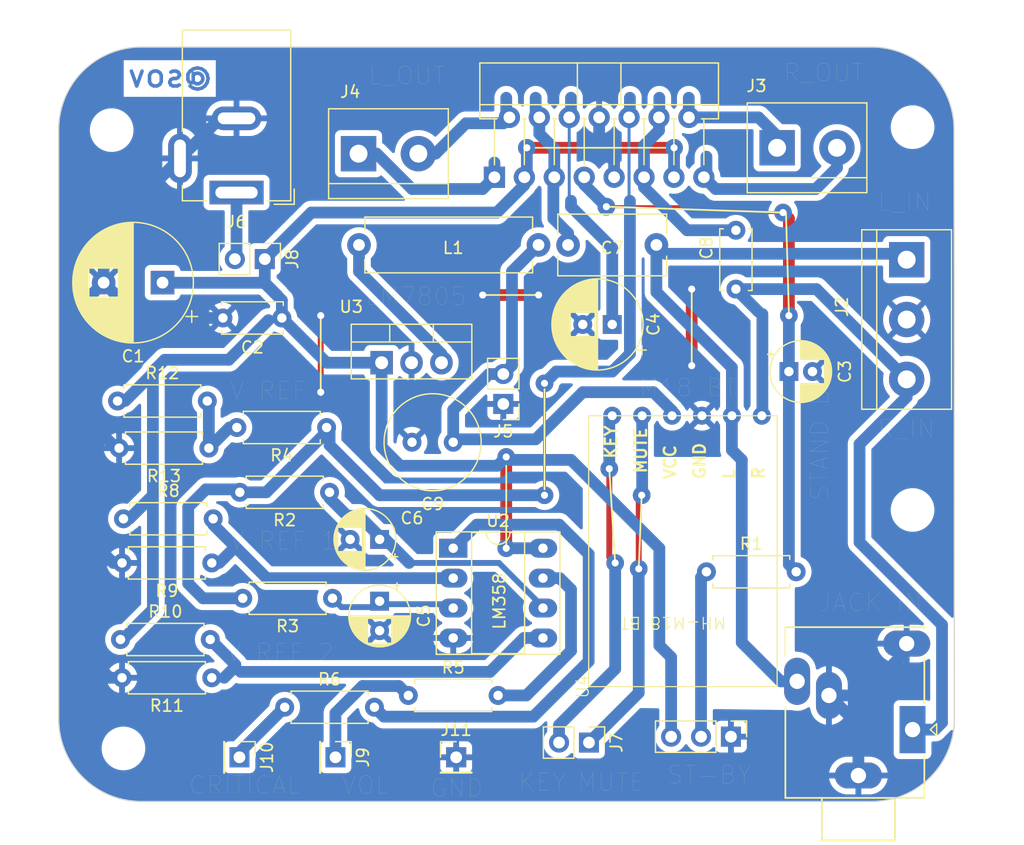
<source format=kicad_pcb>
(kicad_pcb (version 20221018) (generator pcbnew)
  (layers (0 "F.Cu" signal) (31 "B.Cu" signal) (34 "B.Paste" user) (35 "F.Paste" user) (36 "B.SilkS" user "B.Silkscreen") (37 "F.SilkS" user "F.Silkscreen") (38 "B.Mask" user) (39 "F.Mask" user) (44 "Edge.Cuts" user))
  (net 0 "")
  (net 1 "VCC")
  (net 2 "GND")
  (net 3 "STAND-BY")
  (net 4 "SVR")
  (net 5 "Net-(U2B--)")
  (net 6 "Net-(U2A-+)")
  (net 7 "L_in")
  (net 8 "Net-(U1-INPUT_1)")
  (net 9 "R_in")
  (net 10 "+5V")
  (net 11 "out4")
  (net 12 "out3")
  (net 13 "out1")
  (net 14 "out2")
  (net 15 "Net-(J7-Pin_1)")
  (net 16 "Net-(J7-Pin_2)")
  (net 17 "Net-(U3-VO)")
  (net 18 "DIAG")
  (net 19 "VREF")
  (net 20 "LED_VOLUME")
  (net 21 "LED_CRITICAL")
  (net 22 "Net-(R6-Pad2)")
  (net 23 "VREF1")
  (net 24 "VREF2")
  (net 25 "Net-(J8-Pin_2)")
  (net 26 "Net-(SW2A-B)")
  (net 27 "Net-(U1-INPUT_3)")
  (net 28 "Net-(R5-Pad2)")
  (footprint "MountingHole:MountingHole_3.2mm_M3" (layer "F.Cu") (at 131 47.75)
    (fp_text reference "REF**" hide)
    (fp_text value "MountingHole_3.2mm_M3")
    (pad "" np_thru_hole circle (at 0 0) (size 3.2 3.2) (drill 3.2) (layers "F&B.Cu" "*.Mask"))
  )
  (footprint "Inductor_THT:L_Axial_L14.0mm_D4.5mm_P15.24mm_Horizontal_Fastron_LACC" (layer "F.Cu") (at 84 57.75)
    (fp_text reference "L1" (at 8 0.25) (layer "F.SilkS"))
    (fp_text value "100 mH")
    (pad "1" thru_hole circle (at 0 0) (size 2 2) (drill 1) (layers "*.Cu" "*.Mask") (net 17 "Net-(U3-VO)"))
    (pad "2" thru_hole oval (at 15.24 0) (size 2 2) (drill 1) (layers "*.Cu" "*.Mask") (net 10 "+5V"))
  )
  (footprint "Package_TO_SOT_THT:TO-220F-15_P2.54x5.08mm_StaggerOdd_Lead5.08mm_Vertical" (layer "F.Cu") (at 95.5 52)
    (fp_text reference "U1" hide)
    (fp_text value "TDA7377")
    (pad "1" thru_hole rect (at 0 0) (size 1.8 1.8) (drill 1) (layers "*.Cu" "*.Mask") (net 13 "out1"))
    (pad "2" thru_hole oval (at 1.27 -5.08) (size 1.8 1.8) (drill 1) (layers "*.Cu" "*.Mask") (net 14 "out2"))
    (pad "3" thru_hole oval (at 2.54 0) (size 1.8 1.8) (drill 1) (layers "*.Cu" "*.Mask") (net 1 "VCC"))
    (pad "4" thru_hole oval (at 3.81 -5.08) (size 1.8 1.8) (drill 1) (layers "*.Cu" "*.Mask") (net 8 "Net-(U1-INPUT_1)"))
    (pad "5" thru_hole oval (at 5.08 0) (size 1.8 1.8) (drill 1) (layers "*.Cu" "*.Mask") (net 8 "Net-(U1-INPUT_1)"))
    (pad "6" thru_hole oval (at 6.35 -5.08) (size 1.8 1.8) (drill 1) (layers "*.Cu" "*.Mask") (net 4 "SVR"))
    (pad "7" thru_hole oval (at 7.62 0) (size 1.8 1.8) (drill 1) (layers "*.Cu" "*.Mask") (net 3 "STAND-BY"))
    (pad "8" thru_hole oval (at 8.89 -5.08) (size 1.8 1.8) (drill 1) (layers "*.Cu" "*.Mask") (net 2 "GND"))
    (pad "9" thru_hole oval (at 10.16 0) (size 1.8 1.8) (drill 1) (layers "*.Cu" "*.Mask") (net 2 "GND"))
    (pad "10" thru_hole oval (at 11.43 -5.08) (size 1.8 1.8) (drill 1) (layers "*.Cu" "*.Mask") (net 18 "DIAG"))
    (pad "11" thru_hole oval (at 12.7 0) (size 1.8 1.8) (drill 1) (layers "*.Cu" "*.Mask") (net 27 "Net-(U1-INPUT_3)"))
    (pad "12" thru_hole oval (at 13.97 -5.08) (size 1.8 1.8) (drill 1) (layers "*.Cu" "*.Mask") (net 27 "Net-(U1-INPUT_3)"))
    (pad "13" thru_hole oval (at 15.24 0) (size 1.8 1.8) (drill 1) (layers "*.Cu" "*.Mask") (net 1 "VCC"))
    (pad "14" thru_hole oval (at 16.51 -5.08) (size 1.8 1.8) (drill 1) (layers "*.Cu" "*.Mask") (net 11 "out4"))
    (pad "15" thru_hole oval (at 17.78 0) (size 1.8 1.8) (drill 1) (layers "*.Cu" "*.Mask") (net 12 "out3"))
  )
  (footprint "Resistor_THT:R_Axial_DIN0207_L6.3mm_D2.5mm_P7.62mm_Horizontal" (layer "F.Cu") (at 64 81)
    (fp_text reference "R8" (at 3.81 -2.37) (layer "F.SilkS"))
    (fp_text value "500")
    (pad "1" thru_hole circle (at 0 0) (size 1.6 1.6) (drill 0.8) (layers "*.Cu" "*.Mask") (net 1 "VCC"))
    (pad "2" thru_hole oval (at 7.62 0) (size 1.6 1.6) (drill 0.8) (layers "*.Cu" "*.Mask") (net 23 "VREF1"))
  )
  (footprint "Resistor_THT:R_Axial_DIN0207_L6.3mm_D2.5mm_P7.62mm_Horizontal" (layer "F.Cu") (at 113.5 85.5)
    (fp_text reference "R1" (at 3.81 -2.37) (layer "F.SilkS"))
    (fp_text value "10 k")
    (pad "1" thru_hole circle (at 0 0) (size 1.6 1.6) (drill 0.8) (layers "*.Cu" "*.Mask") (net 26 "Net-(SW2A-B)"))
    (pad "2" thru_hole oval (at 7.62 0) (size 1.6 1.6) (drill 0.8) (layers "*.Cu" "*.Mask") (net 3 "STAND-BY"))
  )
  (footprint "Connector_Audio:Jack_3.5mm_Ledino_KB3SPRS_Horizontal" (layer "F.Cu") (at 131 98.9 90)
    (fp_text reference "J1" hide)
    (fp_text value "AudioJack3_Switch")
    (pad "R" thru_hole oval (at 4.1 -9.8 90) (size 4 2.2) (drill 1.3) (layers "*.Cu" "*.Mask") (net 7 "L_in"))
    (pad "RN" thru_hole oval (at 2.9 -7.1 90) (size 4 2.2) (drill 1.3) (layers "*.Cu" "*.Mask") (net 2 "GND"))
    (pad "S" thru_hole oval (at -3.9 -4.6 90) (size 2.2 4) (drill 1.3) (layers "*.Cu" "*.Mask") (net 2 "GND"))
    (pad "T" thru_hole rect (at 0 0 90) (size 4 2.2) (drill 1.3) (layers "*.Cu" "*.Mask") (net 9 "R_in"))
    (pad "TN" thru_hole oval (at 7.3 -0.5 180) (size 4 2.2) (drill 1.3) (layers "*.Cu" "*.Mask") (net 2 "GND"))
  )
  (footprint "Resistor_THT:R_Axial_DIN0207_L6.3mm_D2.5mm_P7.62mm_Horizontal" (layer "F.Cu") (at 88.19 96)
    (fp_text reference "R5" (at 3.81 -2.37) (layer "F.SilkS"))
    (fp_text value "1.2k")
    (pad "1" thru_hole circle (at 0 0) (size 1.6 1.6) (drill 0.8) (layers "*.Cu" "*.Mask") (net 20 "LED_VOLUME"))
    (pad "2" thru_hole oval (at 7.62 0) (size 1.6 1.6) (drill 0.8) (layers "*.Cu" "*.Mask") (net 28 "Net-(R5-Pad2)"))
  )
  (footprint "Resistor_THT:R_Axial_DIN0207_L6.3mm_D2.5mm_P7.62mm_Horizontal" (layer "F.Cu") (at 81.75 87.75 180)
    (fp_text reference "R3" (at 3.81 -2.37) (layer "F.SilkS"))
    (fp_text value "100k")
    (pad "1" thru_hole circle (at 0 0 180) (size 1.6 1.6) (drill 0.8) (layers "*.Cu" "*.Mask") (net 6 "Net-(U2A-+)"))
    (pad "2" thru_hole oval (at 7.62 0 180) (size 1.6 1.6) (drill 0.8) (layers "*.Cu" "*.Mask") (net 18 "DIAG"))
  )
  (footprint "Connector_PinHeader_2.54mm:PinHeader_1x01_P2.54mm_Vertical" (layer "F.Cu") (at 73.85 101.25 -90)
    (fp_text reference "J10" (at 0 -2.33 90) (layer "F.SilkS"))
    (fp_text value "Conn_01x01_Pin")
    (pad "1" thru_hole rect (at 0 0 270) (size 1.7 1.7) (drill 1) (layers "*.Cu" "*.Mask") (net 21 "LED_CRITICAL"))
  )
  (footprint "Capacitor_THT:C_Disc_D5.0mm_W2.5mm_P5.00mm" (layer "F.Cu") (at 77.45 63.95 180)
    (fp_text reference "C2" (at 2.5 -2.5) (layer "F.SilkS"))
    (fp_text value "100 nF")
    (pad "1" thru_hole circle (at 0 0 180) (size 1.6 1.6) (drill 0.8) (layers "*.Cu" "*.Mask") (net 1 "VCC"))
    (pad "2" thru_hole circle (at 5 0 180) (size 1.6 1.6) (drill 0.8) (layers "*.Cu" "*.Mask") (net 2 "GND"))
  )
  (footprint "Resistor_THT:R_Axial_DIN0207_L6.3mm_D2.5mm_P7.62mm_Horizontal" (layer "F.Cu") (at 63.75 91.25)
    (fp_text reference "R10" (at 3.81 -2.37) (layer "F.SilkS"))
    (fp_text value "10k")
    (pad "1" thru_hole circle (at 0 0) (size 1.6 1.6) (drill 0.8) (layers "*.Cu" "*.Mask") (net 1 "VCC"))
    (pad "2" thru_hole oval (at 7.62 0) (size 1.6 1.6) (drill 0.8) (layers "*.Cu" "*.Mask") (net 24 "VREF2"))
  )
  (footprint "Package_DIP:DIP-8_W7.62mm_Socket_LongPads" (layer "F.Cu") (at 92 83.5)
    (fp_text reference "U2" (at 3.81 -2.33) (layer "F.SilkS"))
    (fp_text value "LM358")
    (pad "1" thru_hole rect (at 0 0) (size 2.4 1.6) (drill 0.8) (layers "*.Cu" "*.Mask") (net 22 "Net-(R6-Pad2)"))
    (pad "2" thru_hole oval (at 0 2.54) (size 2.4 1.6) (drill 0.8) (layers "*.Cu" "*.Mask") (net 23 "VREF1"))
    (pad "3" thru_hole oval (at 0 5.08) (size 2.4 1.6) (drill 0.8) (layers "*.Cu" "*.Mask") (net 6 "Net-(U2A-+)"))
    (pad "4" thru_hole oval (at 0 7.62) (size 2.4 1.6) (drill 0.8) (layers "*.Cu" "*.Mask") (net 2 "GND"))
    (pad "5" thru_hole oval (at 7.62 7.62) (size 2.4 1.6) (drill 0.8) (layers "*.Cu" "*.Mask") (net 24 "VREF2"))
    (pad "6" thru_hole oval (at 7.62 5.08) (size 2.4 1.6) (drill 0.8) (layers "*.Cu" "*.Mask") (net 5 "Net-(U2B--)"))
    (pad "7" thru_hole oval (at 7.62 2.54) (size 2.4 1.6) (drill 0.8) (layers "*.Cu" "*.Mask") (net 28 "Net-(R5-Pad2)"))
    (pad "8" thru_hole oval (at 7.62 0) (size 2.4 1.6) (drill 0.8) (layers "*.Cu" "*.Mask") (net 1 "VCC"))
  )
  (footprint "Connector_BarrelJack:BarrelJack_GCT_DCJ200-10-A_Horizontal" (layer "F.Cu") (at 73.6 53.3 180)
    (fp_text reference "J6" (at 0 -2.5) (layer "F.SilkS"))
    (fp_text value "Jack-DC")
    (pad "1" thru_hole rect (at 0 0 180) (size 4.6 2) (drill oval 3.6 1) (layers "*.Cu" "*.Mask") (net 25 "Net-(J8-Pin_2)"))
    (pad "2" thru_hole oval (at 0 6.3 180) (size 4.2 2) (drill oval 3.2 1) (layers "*.Cu" "*.Mask") (net 2 "GND"))
    (pad "3" thru_hole oval (at 4.8 2.9 180) (size 2 4.2) (drill oval 1 3.2) (layers "*.Cu" "*.Mask") (net 2 "GND"))
  )
  (footprint "Resistor_THT:R_Axial_DIN0207_L6.3mm_D2.5mm_P7.62mm_Horizontal" (layer "F.Cu") (at 81.5 78.75 180)
    (fp_text reference "R2" (at 3.81 -2.37) (layer "F.SilkS"))
    (fp_text value "10k")
    (pad "1" thru_hole circle (at 0 0 180) (size 1.6 1.6) (drill 0.8) (layers "*.Cu" "*.Mask") (net 5 "Net-(U2B--)"))
    (pad "2" thru_hole oval (at 7.62 0 180) (size 1.6 1.6) (drill 0.8) (layers "*.Cu" "*.Mask") (net 18 "DIAG"))
  )
  (footprint "Resistor_THT:R_Axial_DIN0207_L6.3mm_D2.5mm_P7.62mm_Horizontal" (layer "F.Cu") (at 81.25 73.25 180)
    (fp_text reference "R4" (at 3.81 -2.37) (layer "F.SilkS"))
    (fp_text value "10k")
    (pad "1" thru_hole circle (at 0 0 180) (size 1.6 1.6) (drill 0.8) (layers "*.Cu" "*.Mask") (net 18 "DIAG"))
    (pad "2" thru_hole oval (at 7.62 0 180) (size 1.6 1.6) (drill 0.8) (layers "*.Cu" "*.Mask") (net 19 "VREF"))
  )
  (footprint "Resistor_THT:R_Axial_DIN0207_L6.3mm_D2.5mm_P7.62mm_Horizontal" (layer "F.Cu") (at 77.69 97)
    (fp_text reference "R6" (at 3.81 -2.37) (layer "F.SilkS"))
    (fp_text value "1.2k")
    (pad "1" thru_hole circle (at 0 0) (size 1.6 1.6) (drill 0.8) (layers "*.Cu" "*.Mask") (net 21 "LED_CRITICAL"))
    (pad "2" thru_hole oval (at 7.62 0) (size 1.6 1.6) (drill 0.8) (layers "*.Cu" "*.Mask") (net 22 "Net-(R6-Pad2)"))
  )
  (footprint "TerminalBlock:TerminalBlock_bornier-2_P5.08mm" (layer "F.Cu") (at 83.96 50)
    (fp_text reference "J4" (at -0.71 -5.25) (layer "F.SilkS"))
    (fp_text value "Screw_T")
    (pad "1" thru_hole rect (at 0 0) (size 3 3) (drill 1.52) (layers "*.Cu" "*.Mask") (net 13 "out1"))
    (pad "2" thru_hole circle (at 5.08 0) (size 3 3) (drill 1.52) (layers "*.Cu" "*.Mask") (net 14 "out2"))
  )
  (footprint "MountingHole:MountingHole_3.2mm_M3" (layer "F.Cu") (at 63 48)
    (fp_text reference "REF**" hide)
    (fp_text value "MountingHole_3.2mm_M3")
    (pad "" np_thru_hole circle (at 0 0) (size 3.2 3.2) (drill 3.2) (layers "*.Cu" "*.Mask"))
  )
  (footprint "Capacitor_THT:CP_Radial_D7.5mm_P2.50mm" (layer "F.Cu") (at 105.5 64.5 180)
    (fp_text reference "C4" (at -3.5 0 90) (layer "F.SilkS"))
    (fp_text value "47 uF")
    (pad "1" thru_hole rect (at 0 0 180) (size 1.6 1.6) (drill 0.8) (layers "*.Cu" "*.Mask") (net 4 "SVR"))
    (pad "2" thru_hole circle (at 2.5 0 180) (size 1.6 1.6) (drill 0.8) (layers "*.Cu" "*.Mask") (net 2 "GND"))
  )
  (footprint "MountingHole:MountingHole_3.2mm_M3" (layer "F.Cu") (at 64 100.5)
    (fp_text reference "REF**" hide)
    (fp_text value "MountingHole_3.2mm_M3")
    (pad "" np_thru_hole circle (at 0 0) (size 3.2 3.2) (drill 3.2) (layers "F&B.Cu" "*.Mask"))
  )
  (footprint "Capacitor_THT:CP_Radial_D10.0mm_P5.00mm" (layer "F.Cu") (at 67.317677 60.95 180)
    (fp_text reference "C1" (at 2.5 -6.25) (layer "F.SilkS"))
    (fp_text value "470 uF")
    (pad "1" thru_hole rect (at 0 0 180) (size 2 2) (drill 1) (layers "*.Cu" "*.Mask") (net 1 "VCC"))
    (pad "2" thru_hole circle (at 5 0 180) (size 2 2) (drill 1) (layers "*.Cu" "*.Mask") (net 2 "GND"))
  )
  (footprint "Connector_PinHeader_2.54mm:PinHeader_1x02_P2.54mm_Vertical" (layer "F.Cu") (at 103.525 100 -90)
    (fp_text reference "J7" (at 0 -2.33 90) (layer "F.SilkS"))
    (fp_text value "Conn_01x02_Pin")
    (pad "1" thru_hole rect (at 0 0 270) (size 1.7 1.7) (drill 1) (layers "*.Cu" "*.Mask") (net 15 "Net-(J7-Pin_1)"))
    (pad "2" thru_hole oval (at 0 2.54 270) (size 1.7 1.7) (drill 1) (layers "*.Cu" "*.Mask") (net 16 "Net-(J7-Pin_2)"))
  )
  (footprint "TerminalBlock:TerminalBlock_bornier-2_P5.08mm" (layer "F.Cu") (at 119.5 49.5)
    (fp_text reference "J3" (at -1.75 -5.25) (layer "F.SilkS"))
    (fp_text value "Screw_T")
    (pad "1" thru_hole rect (at 0 0) (size 3 3) (drill 1.52) (layers "*.Cu" "*.Mask") (net 11 "out4"))
    (pad "2" thru_hole circle (at 5.08 0) (size 3 3) (drill 1.52) (layers "*.Cu" "*.Mask") (net 12 "out3"))
  )
  (footprint "Capacitor_THT:C_Disc_D9.0mm_W5.0mm_P7.50mm" (layer "F.Cu") (at 109.25 57.75 180)
    (fp_text reference "C7" (at 3.75 -0.25 180) (layer "F.SilkS"))
    (fp_text value "470 nF")
    (pad "1" thru_hole circle (at 0 0 180) (size 2 2) (drill 1) (layers "*.Cu" "*.Mask") (net 7 "L_in"))
    (pad "2" thru_hole circle (at 7.5 0 180) (size 2 2) (drill 1) (layers "*.Cu" "*.Mask") (net 8 "Net-(U1-INPUT_1)"))
  )
  (footprint "Resistor_THT:R_Axial_DIN0207_L6.3mm_D2.5mm_P7.62mm_Horizontal" (layer "F.Cu") (at 71.25 75 180)
    (fp_text reference "R13" (at 3.81 -2.37) (layer "F.SilkS"))
    (fp_text value "1k")
    (pad "1" thru_hole circle (at 0 0 180) (size 1.6 1.6) (drill 0.8) (layers "*.Cu" "*.Mask") (net 19 "VREF"))
    (pad "2" thru_hole oval (at 7.62 0 180) (size 1.6 1.6) (drill 0.8) (layers "*.Cu" "*.Mask") (net 2 "GND"))
  )
  (footprint "Audio_Bluettoth_MH:M18" (layer "F.Cu") (at 103.5 95.25 90)
    (fp_text reference "U4" (at 0 -0.5 90 unlocked) (layer "F.SilkS") (effects (font (thickness 0.1))))
    (fp_text value "MH M18")
    (fp_text user "MH-M18 BT" (at 6 11.75 180 unlocked) (layer "F.SilkS") (effects (font (thickness 0.1)) (justify left bottom)))
    (fp_text user "VCC" (at 17.5 7.5 90 unlocked) (layer "F.SilkS") (effects (font (thickness 0.2) bold) (justify left bottom)))
    (fp_text user "GND" (at 17.5 10 90 unlocked) (layer "F.SilkS") (effects (font (thickness 0.2) bold) (justify left bottom)))
    (fp_text user "L" (at 17.5 12.5 90 unlocked) (layer "F.SilkS") (effects (font (thickness 0.2) bold) (justify left bottom)))
    (fp_text user "R" (at 17.5 15 90 unlocked) (layer "F.SilkS") (effects (font (thickness 0.2) bold) (justify left bottom)))
    (fp_text user "KEY" (at 19.25 2.5 90 unlocked) (layer "F.SilkS") (effects (font (thickness 0.2) bold) (justify left bottom)))
    (fp_text user "MUTE" (at 18 5 90 unlocked) (layer "F.SilkS") (effects (font (thickness 0.2) bold) (justify left bottom)))
    (pad "1" thru_hole circle (at 23 2 90) (size 1.524 1.524) (drill 0.762) (layers "*.Cu" "*.Mask") (net 16 "Net-(J7-Pin_2)"))
    (pad "2" thru_hole circle (at 23 4.54 90) (size 1.524 1.524) (drill 0.762) (layers "*.Cu" "*.Mask") (net 15 "Net-(J7-Pin_1)"))
    (pad "3" thru_hole circle (at 23 7.08 90) (size 1.524 1.524) (drill 0.762) (layers "*.Cu" "*.Mask") (net 10 "+5V"))
    (pad "4" thru_hole circle (at 23 9.62 90) (size 1.524 1.524) (drill 0.762) (layers "*.Cu" "*.Mask") (net 2 "GND"))
    (pad "5" thru_hole circle (at 23 12.16 90) (size 1.524 1.524) (drill 0.762) (layers "*.Cu" "*.Mask") (net 7 "L_in"))
    (pad "6" thru_hole circle (at 23 14.7 90) (size 1.524 1.524) (drill 0.762) (layers "*.Cu" "*.Mask") (net 3 "STAND-BY"))
  )
  (footprint "Resistor_THT:R_Axial_DIN0207_L6.3mm_D2.5mm_P7.62mm_Horizontal" (layer "F.Cu") (at 63.5 71)
    (fp_text reference "R12" (at 3.81 -2.37) (layer "F.SilkS"))
    (fp_text value "200")
    (pad "1" thru_hole circle (at 0 0) (size 1.6 1.6) (drill 0.8) (layers "*.Cu" "*.Mask") (net 1 "VCC"))
    (pad "2" thru_hole oval (at 7.62 0) (size 1.6 1.6) (drill 0.8) (layers "*.Cu" "*.Mask") (net 19 "VREF"))
  )
  (footprint "Capacitor_THT:C_Radial_D8.0mm_H11.5mm_P3.50mm" (layer "F.Cu") (at 92 74.5 180)
    (fp_text reference "C9" (at 1.75 -5.25) (layer "F.SilkS"))
    (fp_text value "200 uF")
    (pad "1" thru_hole circle (at 0 0 180) (size 1.6 1.6) (drill 0.8) (layers "*.Cu" "*.Mask") (net 10 "+5V"))
    (pad "2" thru_hole circle (at 3.5 0 180) (size 1.6 1.6) (drill 0.8) (layers "*.Cu" "*.Mask") (net 2 "GND"))
  )
  (footprint "Connector_PinHeader_2.54mm:PinHeader_1x01_P2.54mm_Vertical" (layer "F.Cu") (at 82 101.25 -90)
    (fp_text reference "J9" (at 0 -2.33 90) (layer "F.SilkS"))
    (fp_text value "Conn_01x01_Pin")
    (pad "1" thru_hole rect (at 0 0 270) (size 1.7 1.7) (drill 1) (layers "*.Cu" "*.Mask") (net 20 "LED_VOLUME"))
  )
  (footprint "Resistor_THT:R_Axial_DIN0207_L6.3mm_D2.5mm_P7.62mm_Horizontal" (layer "F.Cu") (at 71.5 84.75 180)
    (fp_text reference "R9" (at 3.81 -2.37) (layer "F.SilkS"))
    (fp_text value "1k")
    (pad "1" thru_hole circle (at 0 0 180) (size 1.6 1.6) (drill 0.8) (layers "*.Cu" "*.Mask") (net 23 "VREF1"))
    (pad "2" thru_hole oval (at 7.62 0 180) (size 1.6 1.6) (drill 0.8) (layers "*.Cu" "*.Mask") (net 2 "GND"))
  )
  (footprint "TerminalBlock:TerminalBlock_bornier-3_P5.08mm" (layer "F.Cu") (at 130.5 59 -90)
    (fp_text reference "J2" (at 4 5.5 90) (layer "F.SilkS"))
    (fp_text value "Screw_T")
    (pad "1" thru_hole rect (at 0 0 270) (size 3 3) (drill 1.52) (layers "*.Cu" "*.Mask") (net 7 "L_in"))
    (pad "2" thru_hole circle (at 5.08 0 270) (size 3 3) (drill 1.52) (layers "*.Cu" "*.Mask") (net 2 "GND"))
    (pad "3" thru_hole circle (at 10.16 0 270) (size 3 3) (drill 1.52) (layers "*.Cu" "*.Mask") (net 9 "R_in"))
  )
  (footprint "Resistor_THT:R_Axial_DIN0207_L6.3mm_D2.5mm_P7.62mm_Horizontal" (layer "F.Cu") (at 71.5 94.5 180)
    (fp_text reference "R11" (at 3.81 -2.37) (layer "F.SilkS"))
    (fp_text value "1k")
    (pad "1" thru_hole circle (at 0 0 180) (size 1.6 1.6) (drill 0.8) (layers "*.Cu" "*.Mask") (net 24 "VREF2"))
    (pad "2" thru_hole oval (at 7.62 0 180) (size 1.6 1.6) (drill 0.8) (layers "*.Cu" "*.Mask") (net 2 "GND"))
  )
  (footprint "Connector_PinHeader_2.54mm:PinHeader_1x02_P2.54mm_Vertical" (layer "F.Cu") (at 76 58.95 -90)
    (fp_text reference "J8" (at 0 -2.33 90) (layer "F.SilkS"))
    (fp_text value "Conn_01x02_Pin")
    (pad "1" thru_hole rect (at 0 0 270) (size 1.7 1.7) (drill 1) (layers "*.Cu" "*.Mask") (net 1 "VCC"))
    (pad "2" thru_hole oval (at 0 2.54 270) (size 1.7 1.7) (drill 1) (layers "*.Cu" "*.Mask") (net 25 "Net-(J8-Pin_2)"))
  )
  (footprint "Package_TO_SOT_THT:TO-220-3_Vertical" (layer "F.Cu") (at 85.92 67.75)
    (fp_text reference "U3" (at -2.58 -4.75) (layer "F.SilkS"))
    (fp_text value "LM78M05_TO220")
    (pad "1" thru_hole rect (at 0 0) (size 1.905 2) (drill 1.1) (layers "*.Cu" "*.Mask") (net 1 "VCC"))
    (pad "2" thru_hole oval (at 2.54 0) (size 1.905 2) (drill 1.1) (layers "*.Cu" "*.Mask") (net 2 "GND"))
    (pad "3" thru_hole oval (at 5.08 0) (size 1.905 2) (drill 1.1) (layers "*.Cu" "*.Mask") (net 17 "Net-(U3-VO)"))
  )
  (footprint "MountingHole:MountingHole_3.2mm_M3" (layer "F.Cu") (at 131 80.25)
    (fp_text reference "REF**" hide)
    (fp_text value "MountingHole_3.2mm_M3")
    (pad "" np_thru_hole circle (at 0 0) (size 3.2 3.2) (drill 3.2) (layers "F&B.Cu" "*.Mask"))
  )
  (footprint "Capacitor_THT:CP_Radial_D5.0mm_P2.50mm" (layer "F.Cu") (at 85.75 82.75 180)
    (fp_text reference "C6" (at -2.75 1.8045) (layer "F.SilkS"))
    (fp_text value "10 uF")
    (pad "1" thru_hole rect (at 0 0 180) (size 1.6 1.6) (drill 0.8) (layers "*.Cu" "*.Mask") (net 5 "Net-(U2B--)"))
    (pad "2" thru_hole circle (at 2.5 0 180) (size 1.6 1.6) (drill 0.8) (layers "*.Cu" "*.Mask") (net 2 "GND"))
  )
  (footprint "Capacitor_THT:CP_Radial_D5.0mm_P2.50mm" (layer "F.Cu") (at 85.75 88 -90)
    (fp_text reference "C5" (at 1.25 -3.75 90) (layer "F.SilkS"))
    (fp_text value "10 uF")
    (pad "1" thru_hole rect (at 0 0 270) (size 1.6 1.6) (drill 0.8) (layers "*.Cu" "*.Mask") (net 6 "Net-(U2A-+)"))
    (pad "2" thru_hole circle (at 2.5 0 270) (size 1.6 1.6) (drill 0.8) (layers "*.Cu" "*.Mask") (net 2 "GND"))
  )
  (footprint "Connector_PinHeader_2.54mm:PinHeader_1x01_P2.54mm_Vertical" (layer "F.Cu") (at 92.25 101.25)
    (fp_text reference "J11" (at 0 -2.33) (layer "F.SilkS"))
    (fp_text value "Conn_01x01_Pin")
    (pad "1" thru_hole rect (at 0 0) (size 1.7 1.7) (drill 1) (layers "*.Cu" "*.Mask") (net 2 "GND"))
  )
  (footprint "Capacitor_THT:CP_Radial_D5.0mm_P2.00mm" (layer "F.Cu") (at 120.5 68.5)
    (fp_text reference "C3" (at 4.75 0 90) (layer "F.SilkS"))
    (fp_text value "10 uF")
    (pad "1" thru_hole rect (at 0 0) (size 1.6 1.6) (drill 0.8) (layers "*.Cu" "*.Mask") (net 3 "STAND-BY"))
    (pad "2" thru_hole circle (at 2 0) (size 1.6 1.6) (drill 0.8) (layers "*.Cu" "*.Mask") (net 2 "GND"))
  )
  (footprint "Capacitor_THT:C_Disc_D5.0mm_W2.5mm_P5.00mm" (layer "F.Cu") (at 116 56.5 -90)
    (fp_text reference "C8" (at 1.5 2.5 90) (layer "F.SilkS"))
    (fp_text value "470 nF")
    (pad "1" thru_hole circle (at 0 0 270) (size 1.6 1.6) (drill 0.8) (layers "*.Cu" "*.Mask") (net 27 "Net-(U1-INPUT_3)"))
    (pad "2" thru_hole circle (at 5 0 270) (size 1.6 1.6) (drill 0.8) (layers "*.Cu" "*.Mask") (net 9 "R_in"))
  )
  (footprint "Connector_PinHeader_2.54mm:PinHeader_1x03_P2.54mm_Vertical" (layer "F.Cu") (at 115.58 99.5 -90)
    (fp_text reference "ST-BY" (at 3.25 1.83 180) (layer "F.SilkS") (effects (font (size 1.5 1.5) (thickness 0.008))))
    (fp_text value "button")
    (pad "1" thru_hole rect (at 0 0 270) (size 1.7 1.7) (drill 1) (layers "*.Cu" "*.Mask") (net 2 "GND"))
    (pad "2" thru_hole oval (at 0 2.54 270) (size 1.7 1.7) (drill 1) (layers "*.Cu" "*.Mask") (net 26 "Net-(SW2A-B)"))
    (pad "3" thru_hole oval (at 0 5.08 270) (size 1.7 1.7) (drill 1) (layers "*.Cu" "*.Mask") (net 1 "VCC"))
  )
  (footprint "Connector_PinHeader_2.54mm:PinHeader_1x02_P2.54mm_Vertical" (layer "F.Cu") (at 96.25 71.25 180)
    (fp_text reference "J5" (at 0 -2.33) (layer "F.SilkS"))
    (fp_text value "Conn_01x02_Pin")
    (pad "1" thru_hole rect (at 0 0 180) (size 1.7 1.7) (drill 1) (layers "*.Cu" "*.Mask") (net 2 "GND"))
    (pad "2" thru_hole oval (at 0 2.54 180) (size 1.7 1.7) (drill 1) (layers "*.Cu" "*.Mask") (net 10 "+5V"))
  )
  (gr_line (start 99.75 70) (end 99.75 78.5) (stroke (width 0.15)) (layer "F.SilkS"))
  (gr_line (start 94.5 62) (end 99.25 62) (stroke (width 0.15)) (layer "F.SilkS"))
  (gr_line (start 96.5 83.75) (end 96.5 76.5) (stroke (width 0.15)) (layer "F.SilkS"))
  (gr_line (start 105.75 84.75) (end 105.25 76.75) (stroke (width 0.15)) (layer "F.SilkS"))
  (gr_line (start 80.75 63.75) (end 80.75 70.5) (stroke (width 0.15)) (layer "F.SilkS"))
  (gr_line (start 108 79) (end 107.75 85.25) (stroke (width 0.15)) (layer "F.SilkS"))
  (gr_line (start 110 49.5) (end 99 49.5) (stroke (width 0.15)) (layer "F.SilkS"))
  (gr_line (start 112.25 61.5) (end 112.25 68) (stroke (width 0.15)) (layer "F.SilkS"))
  (gr_line (start 105 54.5) (end 120 55) (stroke (width 0.15)) (layer "F.SilkS"))
  (gr_line (start 120.5 63.5) (end 120.25 55) (stroke (width 0.15)) (layer "F.SilkS"))
  (gr_arc (start 127.525126 40.949747) (mid 132.474918 42.999969) (end 134.525126 47.949747) (stroke (width 0.1)) (layer "Edge.Cuts"))
  (gr_arc (start 65.5 105) (mid 60.550269 102.949745) (end 58.5 98) (stroke (width 0.1)) (layer "Edge.Cuts"))
  (gr_line (start 58.5 47.949747) (end 58.5 98) (stroke (width 0.1)) (layer "Edge.Cuts"))
  (gr_arc (start 134.550253 98) (mid 132.5 102.949747) (end 127.550253 105) (stroke (width 0.1)) (layer "Edge.Cuts"))
  (gr_line (start 134.550253 98) (end 134.525126 47.949747) (stroke (width 0.1)) (layer "Edge.Cuts"))
  (gr_line (start 65.5 105) (end 127.550253 105) (stroke (width 0.1)) (layer "Edge.Cuts"))
  (gr_line (start 65.5 40.949747) (end 127.525126 40.949747) (stroke (width 0.1)) (layer "Edge.Cuts"))
  (gr_arc (start 58.5 47.949747) (mid 60.550253 43) (end 65.5 40.949747) (stroke (width 0.1)) (layer "Edge.Cuts"))
  (gr_text "@sov" (at 71.75 44.5) (layer "B.Cu") (effects (font (size 1.9 1.9) (thickness 0.3) bold) (justify left bottom mirror)))
  (gr_text "GND" (at 90 104.75) (layer "F.SilkS") (effects (font (size 1.5 1.5) (thickness 0.008)) (justify left bottom)))
  (gr_text "KEY" (at 97.5 104.25) (layer "F.SilkS") (effects (font (size 1.5 1.5) (thickness 0.008)) (justify left bottom)))
  (gr_text "V REF 2" (at 72.75 93.25) (layer "F.SilkS") (effects (font (size 1.5 1.5) (thickness 0.008)) (justify left bottom)))
  (gr_text "L_IN" (at 128 55) (layer "F.SilkS") (effects (font (size 1.5 1.5) (thickness 0.008)) (justify left bottom)))
  (gr_text "MUTE" (at 102.5 104.25) (layer "F.SilkS") (effects (font (size 1.5 1.5) (thickness 0.008)) (justify left bottom)))
  (gr_text "R_OUT" (at 120 44) (layer "F.SilkS") (effects (font (size 1.5 1.5) (thickness 0.008)) (justify left bottom)))
  (gr_text "STAND BY" (at 124 79.5 90) (layer "F.SilkS") (effects (font (size 1.5 1.5) (thickness 0.008)) (justify left bottom)))
  (gr_text "VOL" (at 82.5 104.5) (layer "F.SilkS") (effects (font (size 1.5 1.5) (thickness 0.008)) (justify left bottom)))
  (gr_text "CRITICAL" (at 69.5 104.5) (layer "F.SilkS") (effects (font (size 1.5 1.5) (thickness 0.008)) (justify left bottom)))
  (gr_text "V REF" (at 73 71) (layer "F.SilkS") (effects (font (size 1.5 1.5) (thickness 0.008)) (justify left bottom)))
  (gr_text "L_OUT" (at 84.75 44.25) (layer "F.SilkS") (effects (font (size 1.5 1.5) (thickness 0.008)) (justify left bottom)))
  (gr_text "V REF 1" (at 73 83.75) (layer "F.SilkS") (effects (font (size 1.5 1.5) (thickness 0.008)) (justify left bottom)))
  (gr_text "JACK IN" (at 123 89) (layer "F.SilkS") (effects (font (size 1.5 1.5) (thickness 0.008)) (justify left bottom)))
  (gr_text "R_IN" (at 128 74.25) (layer "F.SilkS") (effects (font (size 1.5 1.5) (thickness 0.008)) (justify left bottom)))
  (gr_text "LM358" (at 96.5 90.5 90) (layer "F.SilkS") (effects (font (size 1 1)) (justify left bottom)))
  (gr_text "M18 BT" (at 107.75 70.75) (layer "F.SilkS") (effects (font (size 1.5 1.5) (thickness 0.008)) (justify left bottom)))
  (gr_text "LM7805" (at 84.5 63) (layer "F.SilkS") (effects (font (size 1.5 1.5) (thickness 0.008)) (justify left bottom)))
  (segment (start 96.5 75.75) (end 96.5 83.5) (width 1) (layer "F.Cu") (net 1))
  (segment (start 98.25 49.5) (end 110.75 49.5) (width 1) (layer "F.Cu") (net 1))
  (via (at 110.75 49.5) (size 1.5) (drill 0.6) (layers "F.Cu" "B.Cu") (net 1))
  (via (at 98.25 49.5) (size 1.5) (drill 0.6) (layers "F.Cu" "B.Cu") (net 1))
  (via (at 96.5 83.5) (size 1.5) (drill 0.6) (layers "F.Cu" "B.Cu") (net 1))
  (via (at 96.5 75.75) (size 1.5) (drill 0.6) (layers "F.Cu" "B.Cu") (net 1))
  (segment (start 102 76) (end 109.5 83.5) (width 1) (layer "B.Cu") (net 1))
  (segment (start 66.5 79) (end 66.5 78.5) (width 1) (layer "B.Cu") (net 1))
  (segment (start 76.31863 64.13137) (end 77.26863 64.13137) (width 0.5) (layer "B.Cu") (net 1))
  (segment (start 67.5 67.5) (end 72.95 67.5) (width 1) (layer "B.Cu") (net 1))
  (segment (start 98.04 52) (end 98.04 52.66) (width 1) (layer "B.Cu") (net 1))
  (segment (start 66.5 68.64) (end 66.5 68.5) (width 1) (layer "B.Cu") (net 1))
  (segment (start 66.5 68.5) (end 67.5 67.5) (width 1) (layer "B.Cu") (net 1))
  (segment (start 79.95 55) (end 76 58.95) (width 1) (layer "B.Cu") (net 1))
  (segment (start 95.7 55) (end 79.95 55) (width 1) (layer "B.Cu") (net 1))
  (segment (start 98.25 52) (end 98.25 49.5) (width 1) (layer "B.Cu") (net 1))
  (segment (start 63.5 71) (end 64.14 71) (width 0.5) (layer "B.Cu") (net 1))
  (segment (start 76 58.95) (end 76 61) (width 1) (layer "B.Cu") (net 1))
  (segment (start 63.75 91.25) (end 63.94 91.25) (width 0.5) (layer "B.Cu") (net 1))
  (segment (start 66.5 88.69) (end 66.5 78.5) (width 1) (layer "B.Cu") (net 1))
  (segment (start 67.327677 60.96) (end 67.317677 60.95) (width 1) (layer "B.Cu") (net 1))
  (segment (start 95.75 76.5) (end 87.5 76.5) (width 1) (layer "B.Cu") (net 1))
  (segment (start 66.5 78.5) (end 66.5 68.5) (width 1) (layer "B.Cu") (net 1))
  (segment (start 110.75 52) (end 110.75 49.5) (width 1) (layer "B.Cu") (net 1))
  (segment (start 98.04 52.66) (end 95.7 55) (width 1) (layer "B.Cu") (net 1))
  (segment (start 109.5 91.75) (end 109.55 91.8) (width 1) (layer "B.Cu") (net 1))
  (segment (start 81.25 67.75) (end 77.45 63.95) (width 1) (layer "B.Cu") (net 1))
  (segment (start 96.5 75.75) (end 95.75 76.5) (width 1) (layer "B.Cu") (net 1))
  (segment (start 96.75 76) (end 102 76) (width 1) (layer "B.Cu") (net 1))
  (segment (start 76 61) (end 77.45 62.45) (width 1) (layer "B.Cu") (net 1))
  (segment (start 64.14 71) (end 66.5 68.64) (width 1) (layer "B.Cu") (net 1))
  (segment (start 77.26863 64.13137) (end 77.45 63.95) (width 0.5) (layer "B.Cu") (net 1))
  (segment (start 72.95 67.5) (end 76.31863 64.13137) (width 1) (layer "B.Cu") (net 1))
  (segment (start 63.94 91.25) (end 66.5 88.69) (width 1) (layer "B.Cu") (net 1))
  (segment (start 110.5 92.75) (end 109.55 91.8) (width 1) (layer "B.Cu") (net 1))
  (segment (start 85.92 74.92) (end 85.92 67.75) (width 1) (layer "B.Cu") (net 1))
  (segment (start 64.5 81) (end 66.5 79) (width 1) (layer "B.Cu") (net 1))
  (segment (start 87.5 76.5) (end 85.92 74.92) (width 1) (layer "B.Cu") (net 1))
  (segment (start 76 61) (end 76 60.96) (width 1) (layer "B.Cu") (net 1))
  (segment (start 85.92 67.75) (end 81.25 67.75) (width 1) (layer "B.Cu") (net 1))
  (segment (start 76 60.96) (end 67.327677 60.96) (width 1) (layer "B.Cu") (net 1))
  (segment (start 77.45 62.45) (end 77.45 63.95) (width 1) (layer "B.Cu") (net 1))
  (segment (start 96.5 75.75) (end 96.75 76) (width 1) (layer "B.Cu") (net 1))
  (segment (start 109.5 83.5) (end 109.5 91.75) (width 1) (layer "B.Cu") (net 1))
  (segment (start 64 81) (end 64.5 81) (width 0.5) (layer "B.Cu") (net 1))
  (segment (start 77.04 62) (end 76 60.96) (width 1) (layer "B.Cu") (net 1))
  (segment (start 110.5 99.5) (end 110.5 92.75) (width 1) (layer "B.Cu") (net 1))
  (segment (start 99.75 83.5) (end 96.5 83.5) (width 1) (layer "B.Cu") (net 1))
  (segment (start 80.75 63.75) (end 80.75 70.25) (width 0.5) (layer "F.Cu") (net 2))
  (segment (start 73.6 47) (end 73 47) (width 0.25) (layer "F.Cu") (net 2))
  (segment (start 94.5 62) (end 99.25 62) (width 1) (layer "F.Cu") (net 2))
  (segment (start 112.25 61.5) (end 112.25 68) (width 1) (layer "F.Cu") (net 2))
  (via (at 94.5 62) (size 1.5) (drill 0.6) (layers "F.Cu" "B.Cu") (net 2))
  (via (at 80.75 63.75) (size 1.5) (drill 0.6) (layers "F.Cu" "B.Cu") (net 2))
  (via (at 80.75 70.25) (size 1.5) (drill 0.6) (layers "F.Cu" "B.Cu") (net 2))
  (via (at 112.25 61.5) (size 1.5) (drill 0.6) (layers "F.Cu" "B.Cu") (net 2))
  (via (at 112.25 68) (size 1.5) (drill 0.6) (layers "F.Cu" "B.Cu") (net 2))
  (via (at 99.25 62) (size 1.5) (drill 0.6) (layers "F.Cu" "B.Cu") (net 2))
  (segment (start 63.63 75) (end 63.38 75) (width 0.5) (layer "B.Cu") (net 2))
  (segment (start 131.25 91.95) (end 130.75 91.45) (width 0.5) (layer "B.Cu") (net 2))
  (segment (start 63.13 84.75) (end 61 82.62) (width 1) (layer "B.Cu") (net 2))
  (segment (start 72.2 47) (end 68.8 50.4) (width 1) (layer "B.Cu") (net 2))
  (segment (start 104.39 49.39) (end 104.39 46.92) (width 1) (layer "B.Cu") (net 2))
  (segment (start 105.66 50.66) (end 104.39 49.39) (width 1) (layer "B.Cu") (net 2))
  (segment (start 68.8 50.4) (end 61.95 57.25) (width 1) (layer "B.Cu") (net 2))
  (segment (start 63.38 75) (end 61 72.62) (width 1) (layer "B.Cu") (net 2))
  (segment (start 62.317677 59.317677) (end 62.317677 60.95) (width 1) (layer "B.Cu") (net 2))
  (segment (start 126.7 96) (end 130.328249 92.371751) (width 1) (layer "B.Cu") (net 2))
  (segment (start 61 62.267677) (end 62.317677 60.95) (width 1) (layer "B.Cu") (net 2))
  (segment (start 65.317677 63.95) (end 62.317677 60.95) (width 1) (layer "B.Cu") (net 2))
  (segment (start 72.45 63.95) (end 65.317677 63.95) (width 1) (layer "B.Cu") (net 2))
  (segment (start 126.4 98.5) (end 123.9 96) (width 1) (layer "B.Cu") (net 2))
  (segment (start 105.66 52) (end 105.66 50.66) (width 1) (layer "B.Cu") (net 2))
  (segment (start 126.4 102.8) (end 126.4 98.5) (width 1) (layer "B.Cu") (net 2))
  (segment (start 63.88 94.5) (end 62.83 94.5) (width 1) (layer "B.Cu") (net 2))
  (segment (start 61 92.67) (end 61 82.5) (width 1) (layer "B.Cu") (net 2))
  (segment (start 63.88 84.75) (end 63.13 84.75) (width 0.5) (layer "B.Cu") (net 2))
  (segment (start 61.95 58.95) (end 62.317677 59.317677) (width 1) (layer "B.Cu") (net 2))
  (segment (start 61 72.62) (end 61 72.5) (width 1) (layer "B.Cu") (net 2))
  (segment (start 61.95 57.25) (end 61.95 58.95) (width 1) (layer "B.Cu") (net 2))
  (segment (start 123.9 96) (end 126.7 96) (width 1) (layer "B.Cu") (net 2))
  (segment (start 62.83 94.5) (end 61 92.67) (width 1) (layer "B.Cu") (net 2))
  (segment (start 61 82.5) (end 61 72.5) (width 1) (layer "B.Cu") (net 2))
  (segment (start 61 82.62) (end 61 82.5) (width 1) (layer "B.Cu") (net 2))
  (segment (start 73.6 47) (end 72.2 47) (width 1) (layer "B.Cu") (net 2))
  (segment (start 61 72.5) (end 61 62.267677) (width 1) (layer "B.Cu") (net 2))
  (segment (start 120.5 55.5) (end 120 55) (width 1) (layer "F.Cu") (net 3))
  (segment (start 117.5 55) (end 120 55) (width 0.25) (layer "F.Cu") (net 3))
  (segment (start 105 54.5) (end 117 54.5) (width 0.25) (layer "F.Cu") (net 3))
  (segment (start 120.5 63.75) (end 120.5 55.5) (width 1) (layer "F.Cu") (net 3))
  (segment (start 117 54.5) (end 117.5 55) (width 0.25) (layer "F.Cu") (net 3))
  (via (at 120.5 63.75) (size 1.5) (drill 0.6) (layers "F.Cu" "B.Cu") (net 3))
  (via (at 120 55) (size 1.5) (drill 0.6) (layers "F.Cu" "B.Cu") (net 3))
  (via (at 105 54.5) (size 1.5) (drill 0.6) (layers "F.Cu" "B.Cu") (net 3))
  (segment (start 121.12 85.5) (end 120.5 84.88) (width 1) (layer "B.Cu") (net 3))
  (segment (start 103.12 52) (end 103.12 52.62) (width 1) (layer "B.Cu") (net 3))
  (segment (start 120.5 84.88) (end 120.5 68.5) (width 1) (layer "B.Cu") (net 3))
  (segment (start 118.2 72.25) (end 118.25 72.2) (width 1) (layer "B.Cu") (net 3))
  (segment (start 103.12 52.62) (end 105 54.5) (width 1) (layer "B.Cu") (net 3))
  (segment (start 120.5 68.5) (end 120.5 63.75) (width 1) (layer "B.Cu") (net 3))
  (segment (start 118.2 72.25) (end 118.306 72.25) (width 0.5) (layer "B.Cu") (net 3))
  (segment (start 118.25 71.8875) (end 118.25 63.6125) (width 1) (layer "B.Cu") (net 3))
  (segment (start 120.5 68.5) (end 120.7 68.7) (width 1) (layer "B.Cu") (net 3))
  (segment (start 105.5 64.5) (end 105.5 58) (width 1) (layer "B.Cu") (net 4))
  (segment (start 102 54.5) (end 102 54) (width 1) (layer "B.Cu") (net 4))
  (segment (start 101.85 46.92) (end 101.85 53.85) (width 0.25) (layer "B.Cu") (net 4))
  (segment (start 101.85 53.85) (end 102 54) (width 0.25) (layer "B.Cu") (net 4))
  (segment (start 105.5 58) (end 102 54.5) (width 1) (layer "B.Cu") (net 4))
  (segment (start 102 45.25) (end 102 46.75) (width 1) (layer "B.Cu") (net 4))
  (segment (start 83 80.75) (end 84 80.75) (width 1) (layer "B.Cu") (net 5))
  (segment (start 85 82) (end 85.75 82.75) (width 0.5) (layer "B.Cu") (net 5))
  (segment (start 99.62 88.58) (end 99.62 88.485) (width 0.5) (layer "B.Cu") (net 5))
  (segment (start 99.62 88.485) (end 95.885 84.75) (width 0.5) (layer "B.Cu") (net 5))
  (segment (start 86.25 82.75) (end 88.25 84.75) (width 1) (layer "B.Cu") (net 5))
  (segment (start 85.75 82.75) (end 86.25 82.75) (width 1) (layer "B.Cu") (net 5))
  (segment (start 81.5 78.75) (end 81.5 79.25) (width 1) (layer "B.Cu") (net 5))
  (segment (start 95.885 84.75) (end 88.25 84.75) (width 0.5) (layer "B.Cu") (net 5))
  (segment (start 84 80.75) (end 85.75 82.5) (width 1) (layer "B.Cu") (net 5))
  (segment (start 81.5 79.25) (end 83 80.75) (width 1) (layer "B.Cu") (net 5))
  (segment (start 85.75 82.5) (end 85.75 82.75) (width 1) (layer "B.Cu") (net 5))
  (segment (start 82.5 88.5) (end 81.75 87.75) (width 0.5) (layer "B.Cu") (net 6))
  (segment (start 86 88.25) (end 85.75 88) (width 0.5) (layer "B.Cu") (net 6))
  (segment (start 85.25 88.5) (end 82.5 88.5) (width 0.5) (layer "B.Cu") (net 6))
  (segment (start 85.75 88) (end 85.25 88.5) (width 0.5) (layer "B.Cu") (net 6))
  (segment (start 91.67 88.25) (end 86 88.25) (width 0.5) (layer "B.Cu") (net 6))
  (segment (start 92 88.58) (end 91.67 88.25) (width 0.5) (layer "B.Cu") (net 6))
  (segment (start 115.76 72.35) (end 115.66 72.25) (width 0.5) (layer "B.Cu") (net 7))
  (segment (start 115.66 72.25) (end 115.76 72.15) (width 0.5) (layer "B.Cu") (net 7))
  (segment (start 116.5 76) (end 115.66 75.16) (width 1) (layer "B.Cu") (net 7))
  (segment (start 115.66 75.16) (end 115.66 72.25) (width 1) (layer "B.Cu") (net 7))
  (segment (start 121.2 94.8) (end 119.8 94.8) (width 1) (layer "B.Cu") (net 7))
  (segment (start 116.5 91.5) (end 116.5 76) (width 1) (layer "B.Cu") (net 7))
  (segment (start 130 58.5) (end 110 58.5) (width 1) (layer "B.Cu") (net 7))
  (segment (start 115.66 68.16) (end 109.25 61.75) (width 1) (layer "B.Cu") (net 7))
  (segment (start 130.5 59) (end 130 58.5) (width 1) (layer "B.Cu") (net 7))
  (segment (start 109.25 61.75) (end 109.25 57.75) (width 1) (layer "B.Cu") (net 7))
  (segment (start 119.8 94.8) (end 116.5 91.5) (width 1) (layer "B.Cu") (net 7))
  (segment (start 110 58.5) (end 109.25 57.75) (width 1) (layer "B.Cu") (net 7))
  (segment (start 115.66 72.25) (end 115.66 68.16) (width 1) (layer "B.Cu") (net 7))
  (segment (start 100.5 52.08) (end 100.58 52) (width 1) (layer "B.Cu") (net 8))
  (segment (start 101.75 56.75) (end 100.5 55.5) (width 1) (layer "B.Cu") (net 8))
  (segment (start 100.58 52) (end 100.58 49.58) (width 1) (layer "B.Cu") (net 8))
  (segment (start 101.75 57.75) (end 101.75 56.75) (width 1) (layer "B.Cu") (net 8))
  (segment (start 99 45.25) (end 99 46.75) (width 1) (layer "B.Cu") (net 8))
  (segment (start 99.31 48.31) (end 99.31 46.92) (width 1) (layer "B.Cu") (net 8))
  (segment (start 100.5 55.5) (end 100.5 52.08) (width 1) (layer "B.Cu") (net 8))
  (segment (start 100.58 49.58) (end 99.31 48.31) (width 1) (layer "B.Cu") (net 8))
  (segment (start 133.5 90) (end 126.5 83) (width 1) (layer "B.Cu") (net 9))
  (segment (start 132.901608 98.9) (end 133.5 98.301608) (width 1) (layer "B.Cu") (net 9))
  (segment (start 126.5 74.66) (end 130.5 70.66) (width 1) (layer "B.Cu") (net 9))
  (segment (start 130.5 70.66) (end 130.5 69.16) (width 1) (layer "B.Cu") (net 9))
  (segment (start 122.84 61.5) (end 130.5 69.16) (width 1) (layer "B.Cu") (net 9))
  (segment (start 117.925 63.425) (end 116.075 61.575) (width 1) (layer "B.Cu") (net 9))
  (segment (start 126.5 83) (end 126.5 74.66) (width 1) (layer "B.Cu") (net 9))
  (segment (start 133.5 98.301608) (end 133.5 90) (width 1) (layer "B.Cu") (net 9))
  (segment (start 116 61.5) (end 122.84 61.5) (width 1) (layer "B.Cu") (net 9))
  (segment (start 131 98.9) (end 132.901608 98.9) (width 1) (layer "B.Cu") (net 9))
  (segment (start 130.67 69.33) (end 130.5 69.16) (width 0.5) (layer "B.Cu") (net 9))
  (segment (start 99 74.25) (end 103 70.25) (width 1) (layer "B.Cu") (net 10))
  (segment (start 92.25 74.25) (end 99 74.25) (width 1) (layer "B.Cu") (net 10))
  (segment (start 92 71.75) (end 92 74.5) (width 1) (layer "B.Cu") (net 10))
  (segment (start 99.24 57.75) (end 96.99 60) (width 1) (layer "B.Cu") (net 10))
  (segment (start 92 74.5) (end 92.25 74.25) (width 1) (layer "B.Cu") (net 10))
  (segment (start 103 70.25) (end 109 70.25) (width 1) (layer "B.Cu") (net 10))
  (segment (start 96.25 68.71) (end 95.04 68.71) (width 1) (layer "B.Cu") (net 10))
  (segment (start 96.99 60) (end 96.99 67.97) (width 1) (layer "B.Cu") (net 10))
  (segment (start 96.99 67.97) (end 96.25 68.71) (width 1) (layer "B.Cu") (net 10))
  (segment (start 109 70.25) (end 110.58 71.83) (width 1) (layer "B.Cu") (net 10))
  (segment (start 95.04 68.71) (end 92 71.75) (width 1) (layer "B.Cu") (net 10))
  (segment (start 110.58 71.83) (end 110.58 72.25) (width 1) (layer "B.Cu") (net 10))
  (segment (start 119.5 49.5) (end 119.5 48.5) (width 1) (layer "B.Cu") (net 11))
  (segment (start 119.5 48.5) (end 117.92 46.92) (width 1) (layer "B.Cu") (net 11))
  (segment (start 117.92 46.92) (end 112.01 46.92) (width 1) (layer "B.Cu") (net 11))
  (segment (start 112 45.25) (end 112 46.75) (width 1) (layer "B.Cu") (net 11))
  (segment (start 124.58 49.5) (end 124.58 51.2) (width 1) (layer "B.Cu") (net 12))
  (segment (start 113.5 50.25) (end 113.5 51.75) (width 1) (layer "B.Cu") (net 12))
  (segment (start 124.58 51.2) (end 122.78 53) (width 1) (layer "B.Cu") (net 12))
  (segment (start 114.28 53) (end 113.28 52) (width 1) (layer "B.Cu") (net 12))
  (segment (start 122.78 53) (end 114.28 53) (width 1) (layer "B.Cu") (net 12))
  (segment (start 88.5 53) (end 85.5 50) (width 1) (layer "B.Cu") (net 13))
  (segment (start 95.5 50.75) (end 95.5 52.25) (width 1) (layer "B.Cu") (net 13))
  (segment (start 95.5 52) (end 94.5 53) (width 1) (layer "B.Cu") (net 13))
  (segment (start 94.5 53) (end 88.5 53) (width 1) (layer "B.Cu") (net 13))
  (segment (start 85.5 50) (end 83.96 50) (width 1) (layer "B.Cu") (net 13))
  (segment (start 96.77 46.92) (end 96.27 47.42) (width 1) (layer "B.Cu") (net 14))
  (segment (start 96.5 45.25) (end 96.5 46.75) (width 1) (layer "B.Cu") (net 14))
  (segment (start 90.5 50) (end 89.04 50) (width 1) (layer "B.Cu") (net 14))
  (segment (start 93.08 47.42) (end 90.5 50) (width 1) (layer "B.Cu") (net 14))
  (segment (start 96.27 47.42) (end 93.08 47.42) (width 1) (layer "B.Cu") (net 14))
  (segment (start 107.75 79.25) (end 107.75 85.25) (width 0.5) (layer "F.Cu") (net 15))
  (segment (start 108 79) (end 107.75 79.25) (width 0.5) (layer "F.Cu") (net 15))
  (via (at 107.75 85.25) (size 1.5) (drill 0.6) (layers "F.Cu" "B.Cu") (net 15))
  (via (at 108 79) (size 1.5) (drill 0.6) (layers "F.Cu" "B.Cu") (net 15))
  (segment (start 107.75 95.775) (end 103.525 100) (width 1) (layer "B.Cu") (net 15))
  (segment (start 108.04 72.25) (end 108.04 78.96) (width 1) (layer "B.Cu") (net 15))
  (segment (start 107.75 85.25) (end 107.75 95.775) (width 1) (layer "B.Cu") (net 15))
  (segment (start 108.04 78.96) (end 108 79) (width 1) (layer "B.Cu") (net 15))
  (segment (start 105.25 76.75) (end 105.25 84.25) (width 0.5) (layer "F.Cu") (net 16))
  (segment (start 105.25 84.25) (end 105.75 84.75) (width 0.5) (layer "F.Cu") (net 16))
  (via (at 105.25 76.75) (size 1.5) (drill 0.6) (layers "F.Cu" "B.Cu") (net 16))
  (via (at 105.75 84.75) (size 1.5) (drill 0.6) (layers "F.Cu" "B.Cu") (net 16))
  (segment (start 105.25 72.5) (end 105.5 72.25) (width 1) (layer "B.Cu") (net 16))
  (segment (start 105.75 84.75) (end 105.75 93.75) (width 1) (layer "B.Cu") (net 16))
  (segment (start 105.25 76.75) (end 105.25 72.5) (width 1) (layer "B.Cu") (net 16))
  (segment (start 100.985 98.515) (end 100.985 100) (width 1) (layer "B.Cu") (net 16))
  (segment (start 105.75 93.75) (end 100.985 98.515) (width 1) (layer "B.Cu") (net 16))
  (segment (start 91 67.75) (end 91 67) (width 1) (layer "B.Cu") (net 17))
  (segment (start 84 60) (end 84 57.75) (width 1) (layer "B.Cu") (net 17))
  (segment (start 91 67) (end 84 60) (width 1) (layer "B.Cu") (net 17))
  (segment (start 99.75 69.5) (end 99.75 79) (width 0.25) (layer "F.Cu") (net 18))
  (via (at 99.75 79) (size 1.5) (drill 0.6) (layers "F.Cu" "B.Cu") (net 18))
  (via (at 99.75 69.5) (size 1.5) (drill 0.6) (layers "F.Cu" "B.Cu") (net 18))
  (segment (start 106.93 53.93) (end 107 54) (width 0.25) (layer "B.Cu") (net 18))
  (segment (start 70.75 87.75) (end 69.5 86.5) (width 1) (layer "B.Cu") (net 18))
  (segment (start 100.75 68.5) (end 105.5 68.5) (width 1) (layer "B.Cu") (net 18))
  (segment (start 76.13 78.75) (end 81.31 73.57) (width 1) (layer "B.Cu") (net 18))
  (segment (start 85.75 79) (end 86.875 79) (width 1) (layer "B.Cu") (net 18))
  (segment (start 105.5 68.5) (end 107 67) (width 1) (layer "B.Cu") (net 18))
  (segment (start 69.5 86.5) (end 69.5 80) (width 1) (layer "B.Cu") (net 18))
  (segment (start 73.63 78.5) (end 73.88 78.75) (width 1) (layer "B.Cu") (net 18))
  (segment (start 71 78.5) (end 73.63 78.5) (width 1) (layer "B.Cu") (net 18))
  (segment (start 106.93 46.92) (end 106.93 53.93) (width 0.25) (layer "B.Cu") (net 18))
  (segment (start 74.13 87.75) (end 70.75 87.75) (width 1) (layer "B.Cu") (net 18))
  (segment (start 69.5 80) (end 71 78.5) (width 1) (layer "B.Cu") (net 18))
  (segment (start 99.75 69.5) (end 100.75 68.5) (width 1) (layer "B.Cu") (net 18))
  (segment (start 107 45.25) (end 107 46.75) (width 1) (layer "B.Cu") (net 18))
  (segment (start 81.31 73.31) (end 81.25 73.25) (width 0.5) (layer "B.Cu") (net 18))
  (segment (start 87 79) (end 86.81 79) (width 0.25) (layer "B.Cu") (net 18))
  (segment (start 99.75 79) (end 87 79) (width 1) (layer "B.Cu") (net 18))
  (segment (start 81.31 73.57) (end 81.31 73.31) (width 0.5) (layer "B.Cu") (net 18))
  (segment (start 81.5 73.625) (end 81.5 74.75) (width 1) (layer "B.Cu") (net 18))
  (segment (start 73.88 78.75) (end 76.13 78.75) (width 1) (layer "B.Cu") (net 18))
  (segment (start 86.875 79) (end 87 79) (width 0.25) (layer "B.Cu") (net 18))
  (segment (start 107 67) (end 107 54) (width 1) (layer "B.Cu") (net 18))
  (segment (start 81.5 74.75) (end 85.75 79) (width 1) (layer "B.Cu") (net 18))
  (segment (start 73.63 73.25) (end 73 73.25) (width 1) (layer "B.Cu") (net 19))
  (segment (start 71.12 71) (end 71.25 71.13) (width 0.5) (layer "B.Cu") (net 19))
  (segment (start 71.25 71.13) (end 71.25 75) (width 1) (layer "B.Cu") (net 19))
  (segment (start 73 73.25) (end 71.25 75) (width 1) (layer "B.Cu") (net 19))
  (segment (start 88.19 96) (end 87.390001 95.200001) (width 1) (layer "B.Cu") (net 20))
  (segment (start 82 97.5) (end 82 101.25) (width 1) (layer "B.Cu") (net 20))
  (segment (start 87.390001 95.200001) (end 84.299999 95.200001) (width 1) (layer "B.Cu") (net 20))
  (segment (start 84.299999 95.200001) (end 82 97.5) (width 1) (layer "B.Cu") (net 20))
  (segment (start 73.85 100.84) (end 73.85 101.25) (width 0.5) (layer "B.Cu") (net 21))
  (segment (start 77.69 97) (end 73.85 100.84) (width 1) (layer "B.Cu") (net 21))
  (segment (start 86.109999 97.799999) (end 98.799431 97.799999) (width 1) (layer "B.Cu") (net 22))
  (segment (start 101 81.5) (end 94 81.5) (width 1) (layer "B.Cu") (net 22))
  (segment (start 85.31 97) (end 86.109999 97.799999) (width 1) (layer "B.Cu") (net 22))
  (segment (start 98.799431 97.799999) (end 103.5 93.09943) (width 1) (layer "B.Cu") (net 22))
  (segment (start 103.5 93.09943) (end 103.5 84) (width 1) (layer "B.Cu") (net 22))
  (segment (start 94 81.5) (end 92 83.5) (width 1) (layer "B.Cu") (net 22))
  (segment (start 103.5 84) (end 101 81.5) (width 1) (layer "B.Cu") (net 22))
  (segment (start 71.62 81.5) (end 73.5 83.38) (width 1) (layer "B.Cu") (net 23))
  (segment (start 72.13 84.75) (end 71.5 84.75) (width 0.5) (layer "B.Cu") (net 23))
  (segment (start 92 86.04) (end 76.16 86.04) (width 1) (layer "B.Cu") (net 23))
  (segment (start 76.16 86.04) (end 73.5 83.38) (width 1) (layer "B.Cu") (net 23))
  (segment (start 71.62 81) (end 71.62 81.5) (width 0.5) (layer "B.Cu") (net 23))
  (segment (start 73.5 83.38) (end 72.13 84.75) (width 1) (layer "B.Cu") (net 23))
  (segment (start 99.62 91.12) (end 98 91.12) (width 1) (layer "B.Cu") (net 24))
  (segment (start 73.5 93.38) (end 73.5 93.55) (width 0.5) (layer "B.Cu") (net 24))
  (segment (start 98 91.12) (end 95.12 94) (width 1) (layer "B.Cu") (net 24))
  (segment (start 73.95 94) (end 73.5 93.55) (width 0.5) (layer "B.Cu") (net 24))
  (segment (start 95.12 94) (end 73.95 94) (width 1) (layer "B.Cu") (net 24))
  (segment (start 73.5 93.55) (end 72.55 94.5) (width 1) (layer "B.Cu") (net 24))
  (segment (start 72.55 94.5) (end 71.5 94.5) (width 0.5) (layer "B.Cu") (net 24))
  (segment (start 71.37 91.25) (end 73.5 93.38) (width 1) (layer "B.Cu") (net 24))
  (segment (start 73.6 58.81) (end 73.46 58.95) (width 1) (layer "B.Cu") (net 25))
  (segment (start 73.6 53.3) (end 73.6 58.81) (width 1) (layer "B.Cu") (net 25))
  (segment (start 113.04 99.5) (end 113.04 85.96) (width 1) (layer "B.Cu") (net 26))
  (segment (start 113.04 85.96) (end 113.5 85.5) (width 1) (layer "B.Cu") (net 26))
  (segment (start 111.85 56.5) (end 108.2 52.85) (width 1) (layer "B.Cu") (net 27))
  (segment (start 109.5 45.25) (end 109.5 46.75) (width 1) (layer "B.Cu") (net 27))
  (segment (start 116 56.5) (end 111.85 56.5) (width 1) (layer "B.Cu") (net 27))
  (segment (start 108.2 49.3) (end 109.47 48.03) (width 1) (layer "B.Cu") (net 27))
  (segment (start 109.47 48.03) (end 109.47 46.92) (width 1) (layer "B.Cu") (net 27))
  (segment (start 108.2 52.85) (end 108.2 52) (width 1) (layer "B.Cu") (net 27))
  (segment (start 108.2 52) (end 108.2 49.3) (width 1) (layer "B.Cu") (net 27))
  (segment (start 102 92.208909) (end 102 87) (width 1) (layer "B.Cu") (net 28))
  (segment (start 98.208909 96) (end 102 92.208909) (width 1) (layer "B.Cu") (net 28))
  (segment (start 102 87) (end 101.04 86.04) (width 1) (layer "B.Cu") (net 28))
  (segment (start 95.81 96) (end 98.208909 96) (width 1) (layer "B.Cu") (net 28))
  (segment (start 101.04 86.04) (end 99.62 86.04) (width 1) (layer "B.Cu") (net 28))
  (zone (net 2) (net_name "GND") (layer "B.Cu") (connect_pads (clearance 0.5)) (min_thickness 0.25) (fill yes (thermal_gap 0.5) (thermal_bridge_width 0.5))
    (polygon (pts (xy 58.5 41) (xy 58.5 105) (xy 134.5 105) (xy 134.5 88) (xy 121 88) (xy 121 97.25) (xy 103 97) (xy 103 75.75) (xy 121 75.75) (xy 121 88) (xy 134.5 88.5) (xy 134.5 41)))
  )
)
</source>
